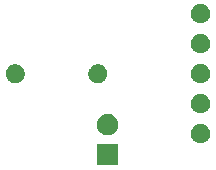
<source format=gbr>
G04 #@! TF.GenerationSoftware,KiCad,Pcbnew,(5.1.5)-3*
G04 #@! TF.CreationDate,2020-12-21T13:11:51+01:00*
G04 #@! TF.ProjectId,epimetheus_bh1750,6570696d-6574-4686-9575-735f62683137,rev?*
G04 #@! TF.SameCoordinates,Original*
G04 #@! TF.FileFunction,Soldermask,Bot*
G04 #@! TF.FilePolarity,Negative*
%FSLAX46Y46*%
G04 Gerber Fmt 4.6, Leading zero omitted, Abs format (unit mm)*
G04 Created by KiCad (PCBNEW (5.1.5)-3) date 2020-12-21 13:11:51*
%MOMM*%
%LPD*%
G04 APERTURE LIST*
%ADD10C,0.100000*%
G04 APERTURE END LIST*
D10*
G36*
X172097000Y-38747000D02*
G01*
X170295000Y-38747000D01*
X170295000Y-36945000D01*
X172097000Y-36945000D01*
X172097000Y-38747000D01*
G37*
G36*
X179307142Y-35286242D02*
G01*
X179455101Y-35347529D01*
X179588255Y-35436499D01*
X179701501Y-35549745D01*
X179790471Y-35682899D01*
X179851758Y-35830858D01*
X179883000Y-35987925D01*
X179883000Y-36148075D01*
X179851758Y-36305142D01*
X179790471Y-36453101D01*
X179701501Y-36586255D01*
X179588255Y-36699501D01*
X179455101Y-36788471D01*
X179307142Y-36849758D01*
X179150075Y-36881000D01*
X178989925Y-36881000D01*
X178832858Y-36849758D01*
X178684899Y-36788471D01*
X178551745Y-36699501D01*
X178438499Y-36586255D01*
X178349529Y-36453101D01*
X178288242Y-36305142D01*
X178257000Y-36148075D01*
X178257000Y-35987925D01*
X178288242Y-35830858D01*
X178349529Y-35682899D01*
X178438499Y-35549745D01*
X178551745Y-35436499D01*
X178684899Y-35347529D01*
X178832858Y-35286242D01*
X178989925Y-35255000D01*
X179150075Y-35255000D01*
X179307142Y-35286242D01*
G37*
G36*
X171309512Y-34409927D02*
G01*
X171458812Y-34439624D01*
X171622784Y-34507544D01*
X171770354Y-34606147D01*
X171895853Y-34731646D01*
X171994456Y-34879216D01*
X172062376Y-35043188D01*
X172097000Y-35217259D01*
X172097000Y-35394741D01*
X172062376Y-35568812D01*
X171994456Y-35732784D01*
X171895853Y-35880354D01*
X171770354Y-36005853D01*
X171622784Y-36104456D01*
X171458812Y-36172376D01*
X171309512Y-36202073D01*
X171284742Y-36207000D01*
X171107258Y-36207000D01*
X171082488Y-36202073D01*
X170933188Y-36172376D01*
X170769216Y-36104456D01*
X170621646Y-36005853D01*
X170496147Y-35880354D01*
X170397544Y-35732784D01*
X170329624Y-35568812D01*
X170295000Y-35394741D01*
X170295000Y-35217259D01*
X170329624Y-35043188D01*
X170397544Y-34879216D01*
X170496147Y-34731646D01*
X170621646Y-34606147D01*
X170769216Y-34507544D01*
X170933188Y-34439624D01*
X171082488Y-34409927D01*
X171107258Y-34405000D01*
X171284742Y-34405000D01*
X171309512Y-34409927D01*
G37*
G36*
X179307142Y-32746242D02*
G01*
X179455101Y-32807529D01*
X179588255Y-32896499D01*
X179701501Y-33009745D01*
X179790471Y-33142899D01*
X179851758Y-33290858D01*
X179883000Y-33447925D01*
X179883000Y-33608075D01*
X179851758Y-33765142D01*
X179790471Y-33913101D01*
X179701501Y-34046255D01*
X179588255Y-34159501D01*
X179455101Y-34248471D01*
X179307142Y-34309758D01*
X179150075Y-34341000D01*
X178989925Y-34341000D01*
X178832858Y-34309758D01*
X178684899Y-34248471D01*
X178551745Y-34159501D01*
X178438499Y-34046255D01*
X178349529Y-33913101D01*
X178288242Y-33765142D01*
X178257000Y-33608075D01*
X178257000Y-33447925D01*
X178288242Y-33290858D01*
X178349529Y-33142899D01*
X178438499Y-33009745D01*
X178551745Y-32896499D01*
X178684899Y-32807529D01*
X178832858Y-32746242D01*
X178989925Y-32715000D01*
X179150075Y-32715000D01*
X179307142Y-32746242D01*
G37*
G36*
X179307142Y-30206242D02*
G01*
X179455101Y-30267529D01*
X179588255Y-30356499D01*
X179701501Y-30469745D01*
X179790471Y-30602899D01*
X179851758Y-30750858D01*
X179883000Y-30907925D01*
X179883000Y-31068075D01*
X179851758Y-31225142D01*
X179790471Y-31373101D01*
X179701501Y-31506255D01*
X179588255Y-31619501D01*
X179455101Y-31708471D01*
X179307142Y-31769758D01*
X179150075Y-31801000D01*
X178989925Y-31801000D01*
X178832858Y-31769758D01*
X178684899Y-31708471D01*
X178551745Y-31619501D01*
X178438499Y-31506255D01*
X178349529Y-31373101D01*
X178288242Y-31225142D01*
X178257000Y-31068075D01*
X178257000Y-30907925D01*
X178288242Y-30750858D01*
X178349529Y-30602899D01*
X178438499Y-30469745D01*
X178551745Y-30356499D01*
X178684899Y-30267529D01*
X178832858Y-30206242D01*
X178989925Y-30175000D01*
X179150075Y-30175000D01*
X179307142Y-30206242D01*
G37*
G36*
X163606642Y-30217781D02*
G01*
X163752414Y-30278162D01*
X163752416Y-30278163D01*
X163883608Y-30365822D01*
X163995178Y-30477392D01*
X164079038Y-30602899D01*
X164082838Y-30608586D01*
X164143219Y-30754358D01*
X164174000Y-30909107D01*
X164174000Y-31066893D01*
X164143219Y-31221642D01*
X164082838Y-31367414D01*
X164082837Y-31367416D01*
X163995178Y-31498608D01*
X163883608Y-31610178D01*
X163752416Y-31697837D01*
X163752415Y-31697838D01*
X163752414Y-31697838D01*
X163606642Y-31758219D01*
X163451893Y-31789000D01*
X163294107Y-31789000D01*
X163139358Y-31758219D01*
X162993586Y-31697838D01*
X162993585Y-31697838D01*
X162993584Y-31697837D01*
X162862392Y-31610178D01*
X162750822Y-31498608D01*
X162663163Y-31367416D01*
X162663162Y-31367414D01*
X162602781Y-31221642D01*
X162572000Y-31066893D01*
X162572000Y-30909107D01*
X162602781Y-30754358D01*
X162663162Y-30608586D01*
X162666962Y-30602899D01*
X162750822Y-30477392D01*
X162862392Y-30365822D01*
X162993584Y-30278163D01*
X162993586Y-30278162D01*
X163139358Y-30217781D01*
X163294107Y-30187000D01*
X163451893Y-30187000D01*
X163606642Y-30217781D01*
G37*
G36*
X170606642Y-30217781D02*
G01*
X170752414Y-30278162D01*
X170752416Y-30278163D01*
X170883608Y-30365822D01*
X170995178Y-30477392D01*
X171079038Y-30602899D01*
X171082838Y-30608586D01*
X171143219Y-30754358D01*
X171174000Y-30909107D01*
X171174000Y-31066893D01*
X171143219Y-31221642D01*
X171082838Y-31367414D01*
X171082837Y-31367416D01*
X170995178Y-31498608D01*
X170883608Y-31610178D01*
X170752416Y-31697837D01*
X170752415Y-31697838D01*
X170752414Y-31697838D01*
X170606642Y-31758219D01*
X170451893Y-31789000D01*
X170294107Y-31789000D01*
X170139358Y-31758219D01*
X169993586Y-31697838D01*
X169993585Y-31697838D01*
X169993584Y-31697837D01*
X169862392Y-31610178D01*
X169750822Y-31498608D01*
X169663163Y-31367416D01*
X169663162Y-31367414D01*
X169602781Y-31221642D01*
X169572000Y-31066893D01*
X169572000Y-30909107D01*
X169602781Y-30754358D01*
X169663162Y-30608586D01*
X169666962Y-30602899D01*
X169750822Y-30477392D01*
X169862392Y-30365822D01*
X169993584Y-30278163D01*
X169993586Y-30278162D01*
X170139358Y-30217781D01*
X170294107Y-30187000D01*
X170451893Y-30187000D01*
X170606642Y-30217781D01*
G37*
G36*
X179307142Y-27666242D02*
G01*
X179455101Y-27727529D01*
X179588255Y-27816499D01*
X179701501Y-27929745D01*
X179790471Y-28062899D01*
X179851758Y-28210858D01*
X179883000Y-28367925D01*
X179883000Y-28528075D01*
X179851758Y-28685142D01*
X179790471Y-28833101D01*
X179701501Y-28966255D01*
X179588255Y-29079501D01*
X179455101Y-29168471D01*
X179307142Y-29229758D01*
X179150075Y-29261000D01*
X178989925Y-29261000D01*
X178832858Y-29229758D01*
X178684899Y-29168471D01*
X178551745Y-29079501D01*
X178438499Y-28966255D01*
X178349529Y-28833101D01*
X178288242Y-28685142D01*
X178257000Y-28528075D01*
X178257000Y-28367925D01*
X178288242Y-28210858D01*
X178349529Y-28062899D01*
X178438499Y-27929745D01*
X178551745Y-27816499D01*
X178684899Y-27727529D01*
X178832858Y-27666242D01*
X178989925Y-27635000D01*
X179150075Y-27635000D01*
X179307142Y-27666242D01*
G37*
G36*
X179307142Y-25126242D02*
G01*
X179455101Y-25187529D01*
X179588255Y-25276499D01*
X179701501Y-25389745D01*
X179790471Y-25522899D01*
X179851758Y-25670858D01*
X179883000Y-25827925D01*
X179883000Y-25988075D01*
X179851758Y-26145142D01*
X179790471Y-26293101D01*
X179701501Y-26426255D01*
X179588255Y-26539501D01*
X179455101Y-26628471D01*
X179307142Y-26689758D01*
X179150075Y-26721000D01*
X178989925Y-26721000D01*
X178832858Y-26689758D01*
X178684899Y-26628471D01*
X178551745Y-26539501D01*
X178438499Y-26426255D01*
X178349529Y-26293101D01*
X178288242Y-26145142D01*
X178257000Y-25988075D01*
X178257000Y-25827925D01*
X178288242Y-25670858D01*
X178349529Y-25522899D01*
X178438499Y-25389745D01*
X178551745Y-25276499D01*
X178684899Y-25187529D01*
X178832858Y-25126242D01*
X178989925Y-25095000D01*
X179150075Y-25095000D01*
X179307142Y-25126242D01*
G37*
M02*

</source>
